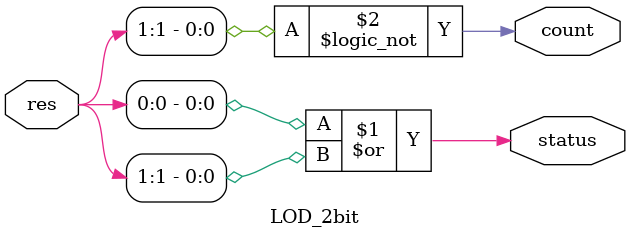
<source format=sv>
module LOD_2bit(
  input wire [1:0] res,
  output logic status,
  output logic count
  );   

  assign status = res[0] | res[1];
  assign count = !res[1];
   
endmodule
</source>
